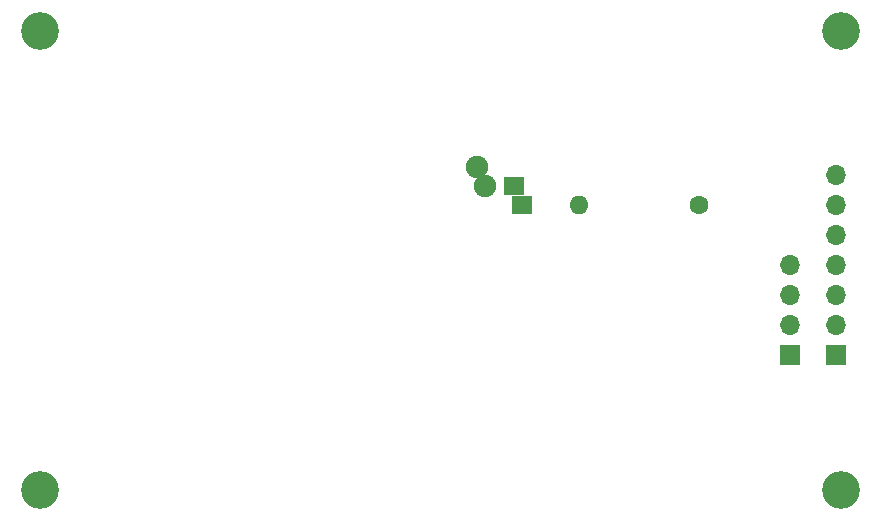
<source format=gbr>
%TF.GenerationSoftware,KiCad,Pcbnew,(6.99.0-1533-gf0f33ef1d3)*%
%TF.CreationDate,2022-04-06T09:30:28+02:00*%
%TF.ProjectId,freeDSP-aurora-extension-i2C-mod-display,66726565-4453-4502-9d61-75726f72612d,v1.2*%
%TF.SameCoordinates,Original*%
%TF.FileFunction,Soldermask,Bot*%
%TF.FilePolarity,Negative*%
%FSLAX46Y46*%
G04 Gerber Fmt 4.6, Leading zero omitted, Abs format (unit mm)*
G04 Created by KiCad (PCBNEW (6.99.0-1533-gf0f33ef1d3)) date 2022-04-06 09:30:28*
%MOMM*%
%LPD*%
G01*
G04 APERTURE LIST*
%ADD10R,1.700000X1.700000*%
%ADD11O,1.700000X1.700000*%
%ADD12C,3.200000*%
%ADD13R,1.800000X1.600000*%
%ADD14C,1.900000*%
%ADD15C,1.600000*%
%ADD16O,1.600000X1.600000*%
G04 APERTURE END LIST*
D10*
%TO.C,J1*%
X165988999Y-106641999D03*
D11*
X165988999Y-104101999D03*
X165988999Y-101561999D03*
X165988999Y-99021999D03*
%TD*%
D12*
%TO.C,REF\u002A\u002A*%
X170299000Y-79242000D03*
%TD*%
%TO.C,REF\u002A\u002A*%
X102439000Y-118042000D03*
%TD*%
D13*
%TO.C,C1*%
X143266613Y-93928999D03*
X142595676Y-92328999D03*
D14*
X140095677Y-92329000D03*
X139424740Y-90729000D03*
%TD*%
D15*
%TO.C,R1*%
X158242000Y-93980000D03*
D16*
X148081999Y-93979999D03*
%TD*%
D12*
%TO.C,REF\u002A\u002A*%
X102439000Y-79242000D03*
%TD*%
%TO.C,REF\u002A\u002A*%
X170229000Y-118042000D03*
%TD*%
D10*
%TO.C,J2*%
X169838999Y-106641999D03*
D11*
X169838999Y-104101999D03*
X169838999Y-101561999D03*
X169838999Y-99021999D03*
X169838999Y-96481999D03*
X169838999Y-93941999D03*
X169838999Y-91401999D03*
%TD*%
M02*

</source>
